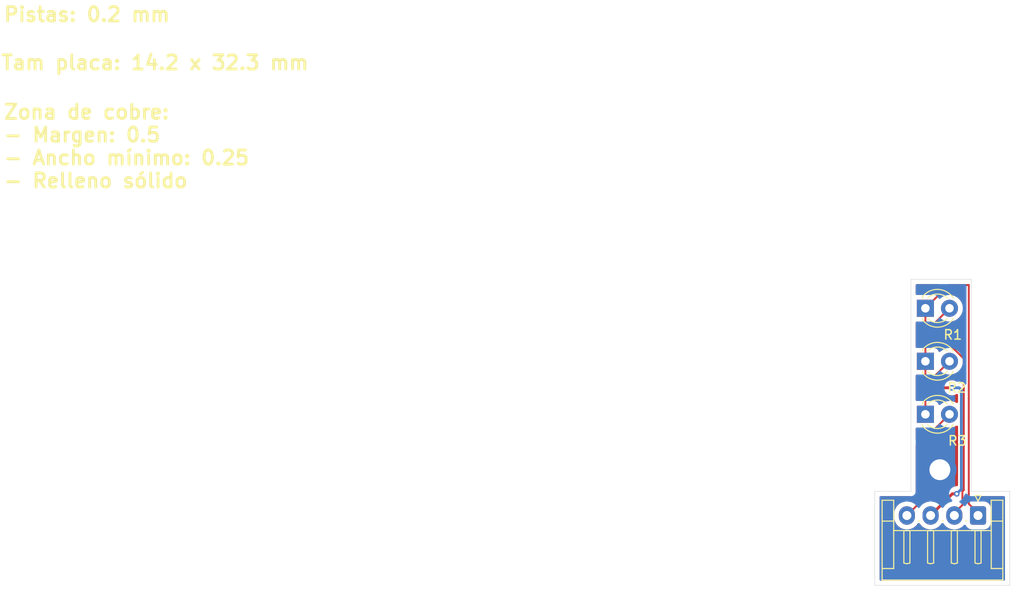
<source format=kicad_pcb>
(kicad_pcb (version 20240108) (generator "pcbnew") (generator_version "8.0")
  (title_block (title "Tarea_Embebidos") (date "2024-04-21") (rev "Andres La Madrid") (company "UCB"))
  (layers (0 "F.Cu" signal) (31 "B.Cu" signal) (34 "B.Paste" user) (35 "F.Paste" user) (36 "B.SilkS" user "B.Silkscreen") (37 "F.SilkS" user "F.Silkscreen") (38 "B.Mask" user) (39 "F.Mask" user) (44 "Edge.Cuts" user))
  (net 0 "")
  (net 1 "Net-(D1-K)")
  (net 2 "Net-(D1-A)")
  (net 3 "Net-(D2-A)")
  (net 4 "Net-(D3-A)")
  (net 5 "Net-(J1-Pin_2)")
  (net 6 "Net-(J1-Pin_3)")
  (net 7 "Net-(J1-Pin_4)")
  (net 8 "GND")
  (footprint "LED_THT:LED_D3.0mm" (layer "F.Cu") (at 137.18 86.995)
    (property "Reference" "D2" (hide yes))
    (property "Value" "LED" (hide yes))
    (fp_line (start -0.29 -1.236) (end -0.29 -1.08) (stroke (width 0.12)) (layer "F.SilkS"))
    (fp_line (start -0.29 1.08) (end -0.29 1.236) (stroke (width 0.12)) (layer "F.SilkS"))
    (fp_arc (start -0.29 -1.235516) (mid 1.366487 -1.987659) (end 2.942335 -1.078608) (stroke (width 0.12)) (layer "F.SilkS"))
    (fp_arc (start 0.229039 -1.08) (mid 1.270117 -1.5) (end 2.31113 -1.079837) (stroke (width 0.12)) (layer "F.SilkS"))
    (fp_arc (start 2.31113 1.079837) (mid 1.270117 1.5) (end 0.229039 1.08) (stroke (width 0.12)) (layer "F.SilkS"))
    (fp_arc (start 2.942335 1.078608) (mid 1.366487 1.987659) (end -0.29 1.235516) (stroke (width 0.12)) (layer "F.SilkS"))
    (pad "1" thru_hole rect (at 0 0) (size 1.8 1.8) (drill 0.9) (layers "*.Cu" "*.Mask") (net 1 "Net-(D1-K)"))
    (pad "2" thru_hole circle (at 2.54 0) (size 1.8 1.8) (drill 0.9) (layers "*.Cu" "*.Mask") (net 3 "Net-(D2-A)"))
  )
  (footprint "Connector_JST:JST_EH_S4B-EH_1x04_P2.50mm_Horizontal" (layer "F.Cu") (at 142.728 103.251 180)
    (property "Reference" "J1" (hide yes))
    (property "Value" "Conn_01x04" (hide yes))
    (fp_line (start 10.11 1.61) (end 8.89 1.61) (stroke (width 0.12)) (layer "F.SilkS"))
    (fp_line (start 10.11 -5.59) (end 8.89 -5.59) (stroke (width 0.12)) (layer "F.SilkS"))
    (fp_line (start 10.11 -6.81) (end 10.11 1.61) (stroke (width 0.12)) (layer "F.SilkS"))
    (fp_line (start 8.89 1.61) (end 8.89 -0.59) (stroke (width 0.12)) (layer "F.SilkS"))
    (fp_line (start 8.89 -0.59) (end 10.11 -0.59) (stroke (width 0.12)) (layer "F.SilkS"))
    (fp_line (start 8.89 -5.59) (end 8.89 -0.59) (stroke (width 0.12)) (layer "F.SilkS"))
    (fp_line (start 7.82 -1.59) (end 7.5 -1.59) (stroke (width 0.12)) (layer "F.SilkS"))
    (fp_line (start 7.82 -5.01) (end 7.82 -1.59) (stroke (width 0.12)) (layer "F.SilkS"))
    (fp_line (start 7.5 -1.59) (end 7.18 -1.59) (stroke (width 0.12)) (layer "F.SilkS"))
    (fp_line (start 7.5 -5.09) (end 7.82 -5.01) (stroke (width 0.12)) (layer "F.SilkS"))
    (fp_line (start 7.18 -1.59) (end 7.18 -5.01) (stroke (width 0.12)) (layer "F.SilkS"))
    (fp_line (start 7.18 -5.01) (end 7.5 -5.09) (stroke (width 0.12)) (layer "F.SilkS"))
    (fp_line (start 6.17 -0.59) (end 6.33 -0.59) (stroke (width 0.12)) (layer "F.SilkS"))
    (fp_line (start 5.32 -1.59) (end 5 -1.59) (stroke (width 0.12)) (layer "F.SilkS"))
    (fp_line (start 5.32 -5.01) (end 5.32 -1.59) (stroke (width 0.12)) (layer "F.SilkS"))
    (fp_line (start 5 -1.59) (end 4.68 -1.59) (stroke (width 0.12)) (layer "F.SilkS"))
    (fp_line (start 5 -5.09) (end 5.32 -5.01) (stroke (width 0.12)) (layer "F.SilkS"))
    (fp_line (start 4.68 -1.59) (end 4.68 -5.01) (stroke (width 0.12)) (layer "F.SilkS"))
    (fp_line (start 4.68 -5.01) (end 5 -5.09) (stroke (width 0.12)) (layer "F.SilkS"))
    (fp_line (start 3.67 -0.59) (end 3.83 -0.59) (stroke (width 0.12)) (layer "F.SilkS"))
    (fp_line (start 2.82 -1.59) (end 2.5 -1.59) (stroke (width 0.12)) (layer "F.SilkS"))
    (fp_line (start 2.82 -5.01) (end 2.82 -1.59) (stroke (width 0.12)) (layer "F.SilkS"))
    (fp_line (start 2.5 -1.59) (end 2.18 -1.59) (stroke (width 0.12)) (layer "F.SilkS"))
    (fp_line (start 2.5 -5.09) (end 2.82 -5.01) (stroke (width 0.12)) (layer "F.SilkS"))
    (fp_line (start 2.18 -1.59) (end 2.18 -5.01) (stroke (width 0.12)) (layer "F.SilkS"))
    (fp_line (start 2.18 -5.01) (end 2.5 -5.09) (stroke (width 0.12)) (layer "F.SilkS"))
    (fp_line (start 1.17 -0.59) (end 1.33 -0.59) (stroke (width 0.12)) (layer "F.SilkS"))
    (fp_line (start 0.32 -1.59) (end 0 -1.59) (stroke (width 0.12)) (layer "F.SilkS"))
    (fp_line (start 0.32 -5.01) (end 0.32 -1.59) (stroke (width 0.12)) (layer "F.SilkS"))
    (fp_line (start 0.3 2.1) (end 0 1.5) (stroke (width 0.12)) (layer "F.SilkS"))
    (fp_line (start 0 1.5) (end -0.3 2.1) (stroke (width 0.12)) (layer "F.SilkS"))
    (fp_line (start 0 -1.59) (end -0.32 -1.59) (stroke (width 0.12)) (layer "F.SilkS"))
    (fp_line (start 0 -5.09) (end 0.32 -5.01) (stroke (width 0.12)) (layer "F.SilkS"))
    (fp_line (start -0.3 2.1) (end 0.3 2.1) (stroke (width 0.12)) (layer "F.SilkS"))
    (fp_line (start -0.32 -1.59) (end -0.32 -5.01) (stroke (width 0.12)) (layer "F.SilkS"))
    (fp_line (start -0.32 -5.01) (end 0 -5.09) (stroke (width 0.12)) (layer "F.SilkS"))
    (fp_line (start -1.39 1.61) (end -2.61 1.61) (stroke (width 0.12)) (layer "F.SilkS"))
    (fp_line (start -1.39 -0.59) (end -1.39 1.61) (stroke (width 0.12)) (layer "F.SilkS"))
    (fp_line (start -1.39 -0.59) (end -2.61 -0.59) (stroke (width 0.12)) (layer "F.SilkS"))
    (fp_line (start -1.39 -1.59) (end 8.89 -1.59) (stroke (width 0.12)) (layer "F.SilkS"))
    (fp_line (start -1.39 -5.59) (end -1.39 -0.59) (stroke (width 0.12)) (layer "F.SilkS"))
    (fp_line (start -2.61 1.61) (end -2.61 -6.81) (stroke (width 0.12)) (layer "F.SilkS"))
    (fp_line (start -2.61 -5.59) (end -1.39 -5.59) (stroke (width 0.12)) (layer "F.SilkS"))
    (fp_line (start -2.61 -6.81) (end 10.11 -6.81) (stroke (width 0.12)) (layer "F.SilkS"))
    (pad "1" thru_hole roundrect (at 0 0 180) (size 1.7 1.95) (drill 0.95) (layers "*.Cu" "*.Mask") (roundrect_rratio 0.147059) (net 1 "Net-(D1-K)"))
    (pad "2" thru_hole oval (at 2.5 0 180) (size 1.7 1.95) (drill 0.95) (layers "*.Cu" "*.Mask") (net 5 "Net-(J1-Pin_2)"))
    (pad "3" thru_hole oval (at 5 0 180) (size 1.7 1.95) (drill 0.95) (layers "*.Cu" "*.Mask") (net 6 "Net-(J1-Pin_3)"))
    (pad "4" thru_hole oval (at 7.5 0 180) (size 1.7 1.95) (drill 0.95) (layers "*.Cu" "*.Mask") (net 7 "Net-(J1-Pin_4)"))
  )
  (footprint "LED_THT:LED_D3.0mm" (layer "F.Cu") (at 137.18 81.407)
    (property "Reference" "D1" (hide yes))
    (property "Value" "LED" (hide yes))
    (fp_line (start -0.29 -1.236) (end -0.29 -1.08) (stroke (width 0.12)) (layer "F.SilkS"))
    (fp_line (start -0.29 1.08) (end -0.29 1.236) (stroke (width 0.12)) (layer "F.SilkS"))
    (fp_arc (start -0.29 -1.235516) (mid 1.366487 -1.987659) (end 2.942335 -1.078608) (stroke (width 0.12)) (layer "F.SilkS"))
    (fp_arc (start 0.229039 -1.08) (mid 1.270117 -1.5) (end 2.31113 -1.079837) (stroke (width 0.12)) (layer "F.SilkS"))
    (fp_arc (start 2.31113 1.079837) (mid 1.270117 1.5) (end 0.229039 1.08) (stroke (width 0.12)) (layer "F.SilkS"))
    (fp_arc (start 2.942335 1.078608) (mid 1.366487 1.987659) (end -0.29 1.235516) (stroke (width 0.12)) (layer "F.SilkS"))
    (pad "1" thru_hole rect (at 0 0) (size 1.8 1.8) (drill 0.9) (layers "*.Cu" "*.Mask") (net 1 "Net-(D1-K)"))
    (pad "2" thru_hole circle (at 2.54 0) (size 1.8 1.8) (drill 0.9) (layers "*.Cu" "*.Mask") (net 2 "Net-(D1-A)"))
  )
  (footprint "Resistor_SMD:R_0201_0603Metric" (layer "F.Cu") (at 138.613 89.789)
    (property "Reference" "R2" (at 1.869 0 0) (layer "F.SilkS"))
    (property "Value" "220" (hide yes))
    (pad "1" smd roundrect (at -0.32 0) (size 0.46 0.4) (layers "F.Cu" "F.Mask") (net 3 "Net-(D2-A)"))
    (pad "2" smd roundrect (at 0.32 0) (size 0.46 0.4) (layers "F.Cu" "F.Mask") (net 6 "Net-(J1-Pin_3)"))
  )
  (footprint "LED_THT:LED_D3.0mm" (layer "F.Cu") (at 137.18 92.583)
    (property "Reference" "D3" (hide yes))
    (property "Value" "LED" (hide yes))
    (fp_line (start -0.29 -1.236) (end -0.29 -1.08) (stroke (width 0.12)) (layer "F.SilkS"))
    (fp_line (start -0.29 1.08) (end -0.29 1.236) (stroke (width 0.12)) (layer "F.SilkS"))
    (fp_arc (start -0.29 -1.235516) (mid 1.366487 -1.987659) (end 2.942335 -1.078608) (stroke (width 0.12)) (layer "F.SilkS"))
    (fp_arc (start 0.229039 -1.08) (mid 1.270117 -1.5) (end 2.31113 -1.079837) (stroke (width 0.12)) (layer "F.SilkS"))
    (fp_arc (start 2.31113 1.079837) (mid 1.270117 1.5) (end 0.229039 1.08) (stroke (width 0.12)) (layer "F.SilkS"))
    (fp_arc (start 2.942335 1.078608) (mid 1.366487 1.987659) (end -0.29 1.235516) (stroke (width 0.12)) (layer "F.SilkS"))
    (pad "1" thru_hole rect (at 0 0) (size 1.8 1.8) (drill 0.9) (layers "*.Cu" "*.Mask") (net 1 "Net-(D1-K)"))
    (pad "2" thru_hole circle (at 2.54 0) (size 1.8 1.8) (drill 0.9) (layers "*.Cu" "*.Mask") (net 4 "Net-(D3-A)"))
  )
  (footprint "Resistor_SMD:R_0201_0603Metric" (layer "F.Cu") (at 138.45 95.377)
    (property "Reference" "R3" (at 2.098 0 0) (layer "F.SilkS"))
    (property "Value" "220" (hide yes))
    (pad "1" smd roundrect (at -0.32 0) (size 0.46 0.4) (layers "F.Cu" "F.Mask") (net 4 "Net-(D3-A)"))
    (pad "2" smd roundrect (at 0.32 0) (size 0.46 0.4) (layers "F.Cu" "F.Mask") (net 7 "Net-(J1-Pin_4)"))
  )
  (footprint "Resistor_SMD:R_0201_0603Metric" (layer "F.Cu") (at 138.384 84.201)
    (property "Reference" "R1" (at 1.687 0 0) (layer "F.SilkS"))
    (property "Value" "220" (hide yes))
    (pad "1" smd roundrect (at -0.32 0) (size 0.46 0.4) (layers "F.Cu" "F.Mask") (net 2 "Net-(D1-A)"))
    (pad "2" smd roundrect (at 0.32 0) (size 0.46 0.4) (layers "F.Cu" "F.Mask") (net 5 "Net-(J1-Pin_2)"))
  )
  (footprint "MountingHole:MountingHole_2.2mm_M2_ISO7380_Pad" (layer "F.Cu") (at 138.704 98.425)
    (property "Reference" "REF**" (hide yes))
    (property "Value" "MountingHole_2.2mm_M2_ISO7380_Pad" (hide yes))
    (pad "1" thru_hole circle (at 0 0) (size 3.5 3.5) (drill 2.2) (layers "*.Cu" "*.Mask") (net 8 "GND"))
  )
  (gr_line (start 135.656 100.711) (end 135.656 78.359) (stroke (width 0.05)) (layer "Edge.Cuts"))
  (gr_line (start 142.006 78.359) (end 142.006 100.711) (stroke (width 0.05)) (layer "Edge.Cuts"))
  (gr_line (start 135.656 78.359) (end 142.006 78.359) (stroke (width 0.05)) (layer "Edge.Cuts"))
  (gr_line (start 131.846 110.617) (end 131.846 100.711) (stroke (width 0.05)) (layer "Edge.Cuts"))
  (gr_line (start 146.07 100.711) (end 146.07 110.617) (stroke (width 0.05)) (layer "Edge.Cuts"))
  (gr_line (start 135.656 100.711) (end 131.846 100.711) (stroke (width 0.05)) (layer "Edge.Cuts"))
  (gr_line (start 146.07 110.617) (end 131.846 110.617) (stroke (width 0.05)) (layer "Edge.Cuts"))
  (gr_line (start 146.07 100.711) (end 142.006 100.711) (stroke (width 0.05)) (layer "Edge.Cuts"))
  (gr_text "Tam placa: 14.2 x 32.3 mm" (at 39.624 56.388 0) (layer "F.SilkS") (effects (font (size 1.5 1.5) (thickness 0.3) (bold yes)) (justify left bottom)))
  (gr_text "Zona de cobre:\n- Margen: 0.5\n- Ancho mínimo: 0.25\n- Relleno sólido" (at 39.878 68.834 0) (layer "F.SilkS") (effects (font (size 1.5 1.5) (thickness 0.3) (bold yes)) (justify left bottom)))
  (gr_text "Pistas: 0.2 mm\n" (at 39.878 51.308 0) (layer "F.SilkS") (effects (font (size 1.5 1.5) (thickness 0.3) (bold yes)) (justify left bottom)))
  (segment (start 141.752 78.959) (end 141.752 90.932) (width 0.2) (layer "F.Cu") (net 1))
  (segment (start 141.752 90.932) (end 141.752 93.002871) (width 0.2) (layer "F.Cu") (net 1))
  (segment (start 137.18 81.407) (end 137.18 86.995) (width 0.2) (layer "F.Cu") (net 1))
  (segment (start 139.628 78.959) (end 141.752 78.959) (width 0.2) (layer "F.Cu") (net 1))
  (segment (start 141.752 93.002871) (end 141.752 102.021) (width 0.2) (layer "F.Cu") (net 1))
  (segment (start 141.752 102.021) (end 142.728 102.997) (width 0.2) (layer "F.Cu") (net 1))
  (segment (start 137.18 86.995) (end 137.18 92.583) (width 0.2) (layer "F.Cu") (net 1))
  (segment (start 137.18 81.407) (end 139.628 78.959) (width 0.2) (layer "F.Cu") (net 1))
  (segment (start 139.72 81.407) (end 138.064 83.063) (width 0.2) (layer "F.Cu") (net 2))
  (segment (start 138.064 83.063) (end 138.064 84.201) (width 0.2) (layer "F.Cu") (net 2))
  (segment (start 139.72 86.995) (end 138.293 88.422) (width 0.2) (layer "F.Cu") (net 3))
  (segment (start 138.293 88.422) (end 138.293 89.789) (width 0.2) (layer "F.Cu") (net 3))
  (segment (start 139.72 92.583) (end 138.13 94.173) (width 0.2) (layer "F.Cu") (net 4))
  (segment (start 138.13 94.173) (end 138.13 95.377) (width 0.2) (layer "F.Cu") (net 4))
  (segment (start 138.704 84.201) (end 141.224 86.721) (width 0.2) (layer "F.Cu") (net 5))
  (segment (start 141.082 100.716471) (end 141.082 102.143) (width 0.2) (layer "F.Cu") (net 5))
  (segment (start 141.224 100.574471) (end 141.082 100.716471) (width 0.2) (layer "F.Cu") (net 5))
  (segment (start 141.082 102.143) (end 140.228 102.997) (width 0.2) (layer "F.Cu") (net 5))
  (segment (start 141.224 86.721) (end 141.224 100.574471) (width 0.2) (layer "F.Cu") (net 5))
  (segment (start 137.728 103.251) (end 140.014 100.965) (width 0.3) (layer "F.Cu") (net 6))
  (segment (start 139.974 89.789) (end 138.933 89.789) (width 0.3) (layer "F.Cu") (net 6))
  (segment (start 140.014 100.965) (end 140.482 100.965) (width 0.3) (layer "F.Cu") (net 6))
  (via (at 139.974 89.789) (size 0.6) (drill 0.3) (layers "F.Cu" "B.Cu") (net 6))
  (via (at 140.482 100.965) (size 0.6) (drill 0.3) (layers "F.Cu" "B.Cu") (net 6))
  (segment (start 140.736 89.789) (end 139.974 89.789) (width 0.3) (layer "B.Cu") (net 6))
  (segment (start 140.97 100.477) (end 140.97 90.023) (width 0.3) (layer "B.Cu") (net 6))
  (segment (start 140.482 100.965) (end 140.97 100.477) (width 0.3) (layer "B.Cu") (net 6))
  (segment (start 140.97 90.023) (end 140.736 89.789) (width 0.3) (layer "B.Cu") (net 6))
  (segment (start 136.256 95.885) (end 136.256 102.223) (width 0.2) (layer "F.Cu") (net 7))
  (segment (start 138.77 95.377) (end 138.77 95.535456) (width 0.2) (layer "F.Cu") (net 7))
  (segment (start 136.256 102.223) (end 135.228 103.251) (width 0.2) (layer "F.Cu") (net 7))
  (segment (start 138.77 95.535456) (end 138.420456 95.885) (width 0.2) (layer "F.Cu") (net 7))
  (zone (net 8) (net_name "GND") (layers "F&B.Cu") (connect_pads yes (clearance 0.5)) (min_thickness 0.25) (fill yes (thermal_gap 0.5) (thermal_bridge_width 0.5) (island_removal_mode 1) (island_area_min 10))
    (polygon (pts (xy 147.34 76.835) (xy 147.594 112.395) (xy 129.814 111.887) (xy 130.576 76.581) (xy 134.386 76.835)))
  )
)
</source>
